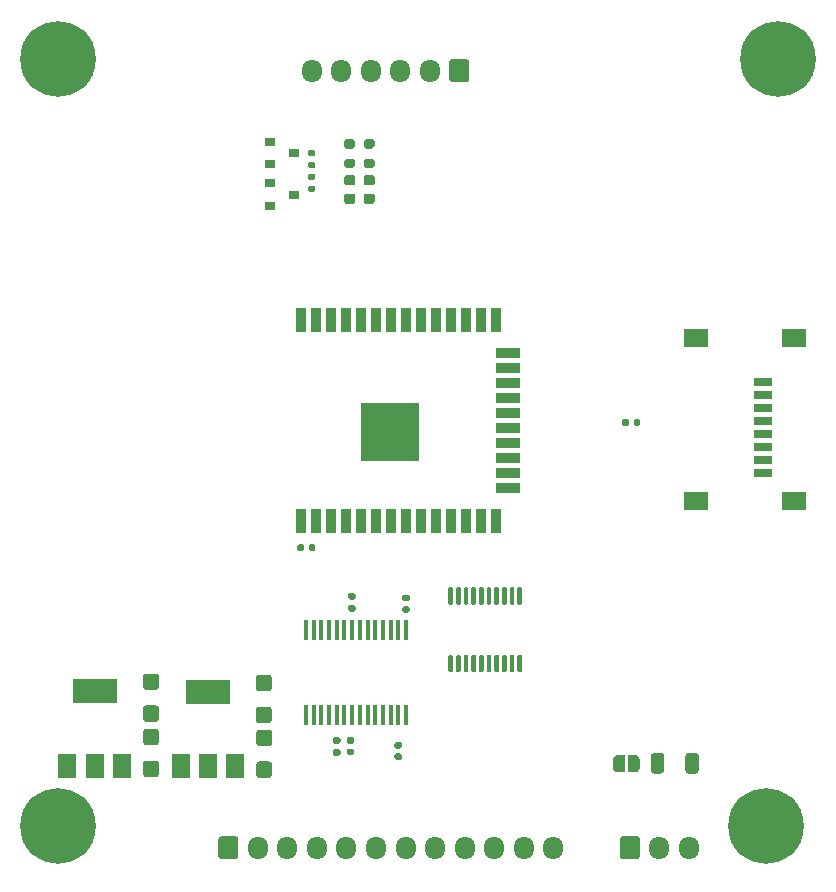
<source format=gts>
%TF.GenerationSoftware,KiCad,Pcbnew,5.1.10*%
%TF.CreationDate,2021-07-08T07:49:19-06:00*%
%TF.ProjectId,miata-underglow,6d696174-612d-4756-9e64-6572676c6f77,rev?*%
%TF.SameCoordinates,Original*%
%TF.FileFunction,Soldermask,Top*%
%TF.FilePolarity,Negative*%
%FSLAX46Y46*%
G04 Gerber Fmt 4.6, Leading zero omitted, Abs format (unit mm)*
G04 Created by KiCad (PCBNEW 5.1.10) date 2021-07-08 07:49:19*
%MOMM*%
%LPD*%
G01*
G04 APERTURE LIST*
%ADD10C,0.800000*%
%ADD11C,6.400000*%
%ADD12R,1.500000X0.800000*%
%ADD13R,2.050000X1.500000*%
%ADD14O,1.700000X1.950000*%
%ADD15C,0.100000*%
%ADD16R,0.900000X0.800000*%
%ADD17R,1.500000X2.000000*%
%ADD18R,3.800000X2.000000*%
%ADD19R,5.000000X5.000000*%
%ADD20R,0.900000X2.000000*%
%ADD21R,2.000000X0.900000*%
%ADD22R,0.450000X1.750000*%
G04 APERTURE END LIST*
D10*
X86697056Y-88302944D03*
X85000000Y-87600000D03*
X83302944Y-88302944D03*
X82600000Y-90000000D03*
X83302944Y-91697056D03*
X85000000Y-92400000D03*
X86697056Y-91697056D03*
X87400000Y-90000000D03*
D11*
X85000000Y-90000000D03*
D10*
X26697056Y-88302944D03*
X25000000Y-87600000D03*
X23302944Y-88302944D03*
X22600000Y-90000000D03*
X23302944Y-91697056D03*
X25000000Y-92400000D03*
X26697056Y-91697056D03*
X27400000Y-90000000D03*
D11*
X25000000Y-90000000D03*
D10*
X87697056Y-23302944D03*
X86000000Y-22600000D03*
X84302944Y-23302944D03*
X83600000Y-25000000D03*
X84302944Y-26697056D03*
X86000000Y-27400000D03*
X87697056Y-26697056D03*
X88400000Y-25000000D03*
D11*
X86000000Y-25000000D03*
D10*
X26697056Y-23302944D03*
X25000000Y-22600000D03*
X23302944Y-23302944D03*
X22600000Y-25000000D03*
X23302944Y-26697056D03*
X25000000Y-27400000D03*
X26697056Y-26697056D03*
X27400000Y-25000000D03*
D11*
X25000000Y-25000000D03*
G36*
G01*
X42900002Y-83200000D02*
X42050000Y-83200000D01*
G75*
G02*
X41800001Y-82950001I0J249999D01*
G01*
X41800001Y-82049999D01*
G75*
G02*
X42050000Y-81800000I249999J0D01*
G01*
X42900002Y-81800000D01*
G75*
G02*
X43150001Y-82049999I0J-249999D01*
G01*
X43150001Y-82950001D01*
G75*
G02*
X42900002Y-83200000I-249999J0D01*
G01*
G37*
G36*
G01*
X42900002Y-85900000D02*
X42050000Y-85900000D01*
G75*
G02*
X41800001Y-85650001I0J249999D01*
G01*
X41800001Y-84749999D01*
G75*
G02*
X42050000Y-84500000I249999J0D01*
G01*
X42900002Y-84500000D01*
G75*
G02*
X43150001Y-84749999I0J-249999D01*
G01*
X43150001Y-85650001D01*
G75*
G02*
X42900002Y-85900000I-249999J0D01*
G01*
G37*
G36*
G01*
X32474999Y-77050000D02*
X33325001Y-77050000D01*
G75*
G02*
X33575000Y-77299999I0J-249999D01*
G01*
X33575000Y-78200001D01*
G75*
G02*
X33325001Y-78450000I-249999J0D01*
G01*
X32474999Y-78450000D01*
G75*
G02*
X32225000Y-78200001I0J249999D01*
G01*
X32225000Y-77299999D01*
G75*
G02*
X32474999Y-77050000I249999J0D01*
G01*
G37*
G36*
G01*
X32474999Y-79750000D02*
X33325001Y-79750000D01*
G75*
G02*
X33575000Y-79999999I0J-249999D01*
G01*
X33575000Y-80900001D01*
G75*
G02*
X33325001Y-81150000I-249999J0D01*
G01*
X32474999Y-81150000D01*
G75*
G02*
X32225000Y-80900001I0J249999D01*
G01*
X32225000Y-79999999D01*
G75*
G02*
X32474999Y-79750000I249999J0D01*
G01*
G37*
G36*
G01*
X33325002Y-85825000D02*
X32475000Y-85825000D01*
G75*
G02*
X32225001Y-85575001I0J249999D01*
G01*
X32225001Y-84674999D01*
G75*
G02*
X32475000Y-84425000I249999J0D01*
G01*
X33325002Y-84425000D01*
G75*
G02*
X33575001Y-84674999I0J-249999D01*
G01*
X33575001Y-85575001D01*
G75*
G02*
X33325002Y-85825000I-249999J0D01*
G01*
G37*
G36*
G01*
X33325002Y-83125000D02*
X32475000Y-83125000D01*
G75*
G02*
X32225001Y-82875001I0J249999D01*
G01*
X32225001Y-81974999D01*
G75*
G02*
X32475000Y-81725000I249999J0D01*
G01*
X33325002Y-81725000D01*
G75*
G02*
X33575001Y-81974999I0J-249999D01*
G01*
X33575001Y-82875001D01*
G75*
G02*
X33325002Y-83125000I-249999J0D01*
G01*
G37*
G36*
G01*
X42024999Y-79850000D02*
X42875001Y-79850000D01*
G75*
G02*
X43125000Y-80099999I0J-249999D01*
G01*
X43125000Y-81000001D01*
G75*
G02*
X42875001Y-81250000I-249999J0D01*
G01*
X42024999Y-81250000D01*
G75*
G02*
X41775000Y-81000001I0J249999D01*
G01*
X41775000Y-80099999D01*
G75*
G02*
X42024999Y-79850000I249999J0D01*
G01*
G37*
G36*
G01*
X42024999Y-77150000D02*
X42875001Y-77150000D01*
G75*
G02*
X43125000Y-77399999I0J-249999D01*
G01*
X43125000Y-78300001D01*
G75*
G02*
X42875001Y-78550000I-249999J0D01*
G01*
X42024999Y-78550000D01*
G75*
G02*
X41775000Y-78300001I0J249999D01*
G01*
X41775000Y-77399999D01*
G75*
G02*
X42024999Y-77150000I249999J0D01*
G01*
G37*
G36*
G01*
X72814999Y-55970000D02*
X72814999Y-55630000D01*
G75*
G02*
X72954999Y-55490000I140000J0D01*
G01*
X73234999Y-55490000D01*
G75*
G02*
X73374999Y-55630000I0J-140000D01*
G01*
X73374999Y-55970000D01*
G75*
G02*
X73234999Y-56110000I-140000J0D01*
G01*
X72954999Y-56110000D01*
G75*
G02*
X72814999Y-55970000I0J140000D01*
G01*
G37*
G36*
G01*
X73774999Y-55970000D02*
X73774999Y-55630000D01*
G75*
G02*
X73914999Y-55490000I140000J0D01*
G01*
X74194999Y-55490000D01*
G75*
G02*
X74334999Y-55630000I0J-140000D01*
G01*
X74334999Y-55970000D01*
G75*
G02*
X74194999Y-56110000I-140000J0D01*
G01*
X73914999Y-56110000D01*
G75*
G02*
X73774999Y-55970000I0J140000D01*
G01*
G37*
G36*
G01*
X46255000Y-66570000D02*
X46255000Y-66230000D01*
G75*
G02*
X46395000Y-66090000I140000J0D01*
G01*
X46675000Y-66090000D01*
G75*
G02*
X46815000Y-66230000I0J-140000D01*
G01*
X46815000Y-66570000D01*
G75*
G02*
X46675000Y-66710000I-140000J0D01*
G01*
X46395000Y-66710000D01*
G75*
G02*
X46255000Y-66570000I0J140000D01*
G01*
G37*
G36*
G01*
X45295000Y-66570000D02*
X45295000Y-66230000D01*
G75*
G02*
X45435000Y-66090000I140000J0D01*
G01*
X45715000Y-66090000D01*
G75*
G02*
X45855000Y-66230000I0J-140000D01*
G01*
X45855000Y-66570000D01*
G75*
G02*
X45715000Y-66710000I-140000J0D01*
G01*
X45435000Y-66710000D01*
G75*
G02*
X45295000Y-66570000I0J140000D01*
G01*
G37*
G36*
G01*
X54330000Y-71350000D02*
X54670000Y-71350000D01*
G75*
G02*
X54810000Y-71490000I0J-140000D01*
G01*
X54810000Y-71770000D01*
G75*
G02*
X54670000Y-71910000I-140000J0D01*
G01*
X54330000Y-71910000D01*
G75*
G02*
X54190000Y-71770000I0J140000D01*
G01*
X54190000Y-71490000D01*
G75*
G02*
X54330000Y-71350000I140000J0D01*
G01*
G37*
G36*
G01*
X54330000Y-70390000D02*
X54670000Y-70390000D01*
G75*
G02*
X54810000Y-70530000I0J-140000D01*
G01*
X54810000Y-70810000D01*
G75*
G02*
X54670000Y-70950000I-140000J0D01*
G01*
X54330000Y-70950000D01*
G75*
G02*
X54190000Y-70810000I0J140000D01*
G01*
X54190000Y-70530000D01*
G75*
G02*
X54330000Y-70390000I140000J0D01*
G01*
G37*
G36*
G01*
X49945000Y-83960000D02*
X49605000Y-83960000D01*
G75*
G02*
X49465000Y-83820000I0J140000D01*
G01*
X49465000Y-83540000D01*
G75*
G02*
X49605000Y-83400000I140000J0D01*
G01*
X49945000Y-83400000D01*
G75*
G02*
X50085000Y-83540000I0J-140000D01*
G01*
X50085000Y-83820000D01*
G75*
G02*
X49945000Y-83960000I-140000J0D01*
G01*
G37*
G36*
G01*
X49945000Y-83000000D02*
X49605000Y-83000000D01*
G75*
G02*
X49465000Y-82860000I0J140000D01*
G01*
X49465000Y-82580000D01*
G75*
G02*
X49605000Y-82440000I140000J0D01*
G01*
X49945000Y-82440000D01*
G75*
G02*
X50085000Y-82580000I0J-140000D01*
G01*
X50085000Y-82860000D01*
G75*
G02*
X49945000Y-83000000I-140000J0D01*
G01*
G37*
G36*
G01*
X53995000Y-83400000D02*
X53655000Y-83400000D01*
G75*
G02*
X53515000Y-83260000I0J140000D01*
G01*
X53515000Y-82980000D01*
G75*
G02*
X53655000Y-82840000I140000J0D01*
G01*
X53995000Y-82840000D01*
G75*
G02*
X54135000Y-82980000I0J-140000D01*
G01*
X54135000Y-83260000D01*
G75*
G02*
X53995000Y-83400000I-140000J0D01*
G01*
G37*
G36*
G01*
X53995000Y-84360000D02*
X53655000Y-84360000D01*
G75*
G02*
X53515000Y-84220000I0J140000D01*
G01*
X53515000Y-83940000D01*
G75*
G02*
X53655000Y-83800000I140000J0D01*
G01*
X53995000Y-83800000D01*
G75*
G02*
X54135000Y-83940000I0J-140000D01*
G01*
X54135000Y-84220000D01*
G75*
G02*
X53995000Y-84360000I-140000J0D01*
G01*
G37*
G36*
G01*
X51631250Y-35725000D02*
X51118750Y-35725000D01*
G75*
G02*
X50900000Y-35506250I0J218750D01*
G01*
X50900000Y-35068750D01*
G75*
G02*
X51118750Y-34850000I218750J0D01*
G01*
X51631250Y-34850000D01*
G75*
G02*
X51850000Y-35068750I0J-218750D01*
G01*
X51850000Y-35506250D01*
G75*
G02*
X51631250Y-35725000I-218750J0D01*
G01*
G37*
G36*
G01*
X51631250Y-37300000D02*
X51118750Y-37300000D01*
G75*
G02*
X50900000Y-37081250I0J218750D01*
G01*
X50900000Y-36643750D01*
G75*
G02*
X51118750Y-36425000I218750J0D01*
G01*
X51631250Y-36425000D01*
G75*
G02*
X51850000Y-36643750I0J-218750D01*
G01*
X51850000Y-37081250D01*
G75*
G02*
X51631250Y-37300000I-218750J0D01*
G01*
G37*
G36*
G01*
X49981249Y-37300000D02*
X49468749Y-37300000D01*
G75*
G02*
X49249999Y-37081250I0J218750D01*
G01*
X49249999Y-36643750D01*
G75*
G02*
X49468749Y-36425000I218750J0D01*
G01*
X49981249Y-36425000D01*
G75*
G02*
X50199999Y-36643750I0J-218750D01*
G01*
X50199999Y-37081250D01*
G75*
G02*
X49981249Y-37300000I-218750J0D01*
G01*
G37*
G36*
G01*
X49981249Y-35725000D02*
X49468749Y-35725000D01*
G75*
G02*
X49249999Y-35506250I0J218750D01*
G01*
X49249999Y-35068750D01*
G75*
G02*
X49468749Y-34850000I218750J0D01*
G01*
X49981249Y-34850000D01*
G75*
G02*
X50199999Y-35068750I0J-218750D01*
G01*
X50199999Y-35506250D01*
G75*
G02*
X49981249Y-35725000I-218750J0D01*
G01*
G37*
D12*
X84750000Y-52350000D03*
X84750000Y-53450000D03*
X84750000Y-54550000D03*
X84750000Y-55650000D03*
X84750000Y-56750000D03*
X84750000Y-57850000D03*
X84750000Y-58950000D03*
X84750000Y-60050000D03*
D13*
X87350000Y-48675000D03*
X79050000Y-48675000D03*
X79050000Y-62425000D03*
X87350000Y-62425000D03*
G36*
G01*
X59850000Y-25275000D02*
X59850000Y-26725000D01*
G75*
G02*
X59600000Y-26975000I-250000J0D01*
G01*
X58400000Y-26975000D01*
G75*
G02*
X58150000Y-26725000I0J250000D01*
G01*
X58150000Y-25275000D01*
G75*
G02*
X58400000Y-25025000I250000J0D01*
G01*
X59600000Y-25025000D01*
G75*
G02*
X59850000Y-25275000I0J-250000D01*
G01*
G37*
D14*
X56500000Y-26000000D03*
X54000000Y-26000000D03*
X51500000Y-26000000D03*
X49000000Y-26000000D03*
X46500000Y-26000000D03*
G36*
G01*
X38600000Y-92525000D02*
X38600000Y-91075000D01*
G75*
G02*
X38850000Y-90825000I250000J0D01*
G01*
X40050000Y-90825000D01*
G75*
G02*
X40300000Y-91075000I0J-250000D01*
G01*
X40300000Y-92525000D01*
G75*
G02*
X40050000Y-92775000I-250000J0D01*
G01*
X38850000Y-92775000D01*
G75*
G02*
X38600000Y-92525000I0J250000D01*
G01*
G37*
X41950000Y-91800000D03*
X44450000Y-91800000D03*
X46950000Y-91800000D03*
X49450000Y-91800000D03*
X51950000Y-91800000D03*
X54450000Y-91800000D03*
X56950000Y-91800000D03*
X59450000Y-91800000D03*
X61950000Y-91800000D03*
X64450000Y-91800000D03*
X66950000Y-91800000D03*
G36*
G01*
X72600000Y-92525000D02*
X72600000Y-91075000D01*
G75*
G02*
X72850000Y-90825000I250000J0D01*
G01*
X74050000Y-90825000D01*
G75*
G02*
X74300000Y-91075000I0J-250000D01*
G01*
X74300000Y-92525000D01*
G75*
G02*
X74050000Y-92775000I-250000J0D01*
G01*
X72850000Y-92775000D01*
G75*
G02*
X72600000Y-92525000I0J250000D01*
G01*
G37*
X75950000Y-91800000D03*
X78450000Y-91800000D03*
D15*
G36*
X73000000Y-85425000D02*
G01*
X72500000Y-85425000D01*
X72500000Y-85424398D01*
X72475466Y-85424398D01*
X72426635Y-85419588D01*
X72378510Y-85410016D01*
X72331555Y-85395772D01*
X72286222Y-85376995D01*
X72242949Y-85353864D01*
X72202150Y-85326604D01*
X72164221Y-85295476D01*
X72129524Y-85260779D01*
X72098396Y-85222850D01*
X72071136Y-85182051D01*
X72048005Y-85138778D01*
X72029228Y-85093445D01*
X72014984Y-85046490D01*
X72005412Y-84998365D01*
X72000602Y-84949534D01*
X72000602Y-84925000D01*
X72000000Y-84925000D01*
X72000000Y-84425000D01*
X72000602Y-84425000D01*
X72000602Y-84400466D01*
X72005412Y-84351635D01*
X72014984Y-84303510D01*
X72029228Y-84256555D01*
X72048005Y-84211222D01*
X72071136Y-84167949D01*
X72098396Y-84127150D01*
X72129524Y-84089221D01*
X72164221Y-84054524D01*
X72202150Y-84023396D01*
X72242949Y-83996136D01*
X72286222Y-83973005D01*
X72331555Y-83954228D01*
X72378510Y-83939984D01*
X72426635Y-83930412D01*
X72475466Y-83925602D01*
X72500000Y-83925602D01*
X72500000Y-83925000D01*
X73000000Y-83925000D01*
X73000000Y-85425000D01*
G37*
G36*
X73800000Y-83925602D02*
G01*
X73824534Y-83925602D01*
X73873365Y-83930412D01*
X73921490Y-83939984D01*
X73968445Y-83954228D01*
X74013778Y-83973005D01*
X74057051Y-83996136D01*
X74097850Y-84023396D01*
X74135779Y-84054524D01*
X74170476Y-84089221D01*
X74201604Y-84127150D01*
X74228864Y-84167949D01*
X74251995Y-84211222D01*
X74270772Y-84256555D01*
X74285016Y-84303510D01*
X74294588Y-84351635D01*
X74299398Y-84400466D01*
X74299398Y-84425000D01*
X74300000Y-84425000D01*
X74300000Y-84925000D01*
X74299398Y-84925000D01*
X74299398Y-84949534D01*
X74294588Y-84998365D01*
X74285016Y-85046490D01*
X74270772Y-85093445D01*
X74251995Y-85138778D01*
X74228864Y-85182051D01*
X74201604Y-85222850D01*
X74170476Y-85260779D01*
X74135779Y-85295476D01*
X74097850Y-85326604D01*
X74057051Y-85353864D01*
X74013778Y-85376995D01*
X73968445Y-85395772D01*
X73921490Y-85410016D01*
X73873365Y-85419588D01*
X73824534Y-85424398D01*
X73800000Y-85424398D01*
X73800000Y-85425000D01*
X73300000Y-85425000D01*
X73300000Y-83925000D01*
X73800000Y-83925000D01*
X73800000Y-83925602D01*
G37*
D16*
X45000000Y-36500000D03*
X43000000Y-37450000D03*
X43000000Y-35550000D03*
X43000000Y-32050000D03*
X43000000Y-33950000D03*
X45000000Y-33000000D03*
G36*
G01*
X46685000Y-34280000D02*
X46315000Y-34280000D01*
G75*
G02*
X46180000Y-34145000I0J135000D01*
G01*
X46180000Y-33875000D01*
G75*
G02*
X46315000Y-33740000I135000J0D01*
G01*
X46685000Y-33740000D01*
G75*
G02*
X46820000Y-33875000I0J-135000D01*
G01*
X46820000Y-34145000D01*
G75*
G02*
X46685000Y-34280000I-135000J0D01*
G01*
G37*
G36*
G01*
X46685000Y-33260000D02*
X46315000Y-33260000D01*
G75*
G02*
X46180000Y-33125000I0J135000D01*
G01*
X46180000Y-32855000D01*
G75*
G02*
X46315000Y-32720000I135000J0D01*
G01*
X46685000Y-32720000D01*
G75*
G02*
X46820000Y-32855000I0J-135000D01*
G01*
X46820000Y-33125000D01*
G75*
G02*
X46685000Y-33260000I-135000J0D01*
G01*
G37*
G36*
G01*
X46315000Y-35740000D02*
X46685000Y-35740000D01*
G75*
G02*
X46820000Y-35875000I0J-135000D01*
G01*
X46820000Y-36145000D01*
G75*
G02*
X46685000Y-36280000I-135000J0D01*
G01*
X46315000Y-36280000D01*
G75*
G02*
X46180000Y-36145000I0J135000D01*
G01*
X46180000Y-35875000D01*
G75*
G02*
X46315000Y-35740000I135000J0D01*
G01*
G37*
G36*
G01*
X46315000Y-34720000D02*
X46685000Y-34720000D01*
G75*
G02*
X46820000Y-34855000I0J-135000D01*
G01*
X46820000Y-35125000D01*
G75*
G02*
X46685000Y-35260000I-135000J0D01*
G01*
X46315000Y-35260000D01*
G75*
G02*
X46180000Y-35125000I0J135000D01*
G01*
X46180000Y-34855000D01*
G75*
G02*
X46315000Y-34720000I135000J0D01*
G01*
G37*
G36*
G01*
X51100000Y-33450000D02*
X51650000Y-33450000D01*
G75*
G02*
X51850000Y-33650000I0J-200000D01*
G01*
X51850000Y-34050000D01*
G75*
G02*
X51650000Y-34250000I-200000J0D01*
G01*
X51100000Y-34250000D01*
G75*
G02*
X50900000Y-34050000I0J200000D01*
G01*
X50900000Y-33650000D01*
G75*
G02*
X51100000Y-33450000I200000J0D01*
G01*
G37*
G36*
G01*
X51100000Y-31800000D02*
X51650000Y-31800000D01*
G75*
G02*
X51850000Y-32000000I0J-200000D01*
G01*
X51850000Y-32400000D01*
G75*
G02*
X51650000Y-32600000I-200000J0D01*
G01*
X51100000Y-32600000D01*
G75*
G02*
X50900000Y-32400000I0J200000D01*
G01*
X50900000Y-32000000D01*
G75*
G02*
X51100000Y-31800000I200000J0D01*
G01*
G37*
G36*
G01*
X49450000Y-31800000D02*
X50000000Y-31800000D01*
G75*
G02*
X50200000Y-32000000I0J-200000D01*
G01*
X50200000Y-32400000D01*
G75*
G02*
X50000000Y-32600000I-200000J0D01*
G01*
X49450000Y-32600000D01*
G75*
G02*
X49250000Y-32400000I0J200000D01*
G01*
X49250000Y-32000000D01*
G75*
G02*
X49450000Y-31800000I200000J0D01*
G01*
G37*
G36*
G01*
X49450000Y-33450000D02*
X50000000Y-33450000D01*
G75*
G02*
X50200000Y-33650000I0J-200000D01*
G01*
X50200000Y-34050000D01*
G75*
G02*
X50000000Y-34250000I-200000J0D01*
G01*
X49450000Y-34250000D01*
G75*
G02*
X49250000Y-34050000I0J200000D01*
G01*
X49250000Y-33650000D01*
G75*
G02*
X49450000Y-33450000I200000J0D01*
G01*
G37*
G36*
G01*
X48810000Y-82985000D02*
X48440000Y-82985000D01*
G75*
G02*
X48305000Y-82850000I0J135000D01*
G01*
X48305000Y-82580000D01*
G75*
G02*
X48440000Y-82445000I135000J0D01*
G01*
X48810000Y-82445000D01*
G75*
G02*
X48945000Y-82580000I0J-135000D01*
G01*
X48945000Y-82850000D01*
G75*
G02*
X48810000Y-82985000I-135000J0D01*
G01*
G37*
G36*
G01*
X48810000Y-84005000D02*
X48440000Y-84005000D01*
G75*
G02*
X48305000Y-83870000I0J135000D01*
G01*
X48305000Y-83600000D01*
G75*
G02*
X48440000Y-83465000I135000J0D01*
G01*
X48810000Y-83465000D01*
G75*
G02*
X48945000Y-83600000I0J-135000D01*
G01*
X48945000Y-83870000D01*
G75*
G02*
X48810000Y-84005000I-135000J0D01*
G01*
G37*
G36*
G01*
X50085000Y-70785000D02*
X49715000Y-70785000D01*
G75*
G02*
X49580000Y-70650000I0J135000D01*
G01*
X49580000Y-70380000D01*
G75*
G02*
X49715000Y-70245000I135000J0D01*
G01*
X50085000Y-70245000D01*
G75*
G02*
X50220000Y-70380000I0J-135000D01*
G01*
X50220000Y-70650000D01*
G75*
G02*
X50085000Y-70785000I-135000J0D01*
G01*
G37*
G36*
G01*
X50085000Y-71805000D02*
X49715000Y-71805000D01*
G75*
G02*
X49580000Y-71670000I0J135000D01*
G01*
X49580000Y-71400000D01*
G75*
G02*
X49715000Y-71265000I135000J0D01*
G01*
X50085000Y-71265000D01*
G75*
G02*
X50220000Y-71400000I0J-135000D01*
G01*
X50220000Y-71670000D01*
G75*
G02*
X50085000Y-71805000I-135000J0D01*
G01*
G37*
D17*
X25825000Y-84850001D03*
X30425000Y-84850001D03*
X28125000Y-84850001D03*
D18*
X28125000Y-78550001D03*
G36*
G01*
X64025000Y-69750000D02*
X64225000Y-69750000D01*
G75*
G02*
X64325000Y-69850000I0J-100000D01*
G01*
X64325000Y-71125000D01*
G75*
G02*
X64225000Y-71225000I-100000J0D01*
G01*
X64025000Y-71225000D01*
G75*
G02*
X63925000Y-71125000I0J100000D01*
G01*
X63925000Y-69850000D01*
G75*
G02*
X64025000Y-69750000I100000J0D01*
G01*
G37*
G36*
G01*
X63375000Y-69750000D02*
X63575000Y-69750000D01*
G75*
G02*
X63675000Y-69850000I0J-100000D01*
G01*
X63675000Y-71125000D01*
G75*
G02*
X63575000Y-71225000I-100000J0D01*
G01*
X63375000Y-71225000D01*
G75*
G02*
X63275000Y-71125000I0J100000D01*
G01*
X63275000Y-69850000D01*
G75*
G02*
X63375000Y-69750000I100000J0D01*
G01*
G37*
G36*
G01*
X62725000Y-69750000D02*
X62925000Y-69750000D01*
G75*
G02*
X63025000Y-69850000I0J-100000D01*
G01*
X63025000Y-71125000D01*
G75*
G02*
X62925000Y-71225000I-100000J0D01*
G01*
X62725000Y-71225000D01*
G75*
G02*
X62625000Y-71125000I0J100000D01*
G01*
X62625000Y-69850000D01*
G75*
G02*
X62725000Y-69750000I100000J0D01*
G01*
G37*
G36*
G01*
X62075000Y-69750000D02*
X62275000Y-69750000D01*
G75*
G02*
X62375000Y-69850000I0J-100000D01*
G01*
X62375000Y-71125000D01*
G75*
G02*
X62275000Y-71225000I-100000J0D01*
G01*
X62075000Y-71225000D01*
G75*
G02*
X61975000Y-71125000I0J100000D01*
G01*
X61975000Y-69850000D01*
G75*
G02*
X62075000Y-69750000I100000J0D01*
G01*
G37*
G36*
G01*
X61425000Y-69750000D02*
X61625000Y-69750000D01*
G75*
G02*
X61725000Y-69850000I0J-100000D01*
G01*
X61725000Y-71125000D01*
G75*
G02*
X61625000Y-71225000I-100000J0D01*
G01*
X61425000Y-71225000D01*
G75*
G02*
X61325000Y-71125000I0J100000D01*
G01*
X61325000Y-69850000D01*
G75*
G02*
X61425000Y-69750000I100000J0D01*
G01*
G37*
G36*
G01*
X60775000Y-69750000D02*
X60975000Y-69750000D01*
G75*
G02*
X61075000Y-69850000I0J-100000D01*
G01*
X61075000Y-71125000D01*
G75*
G02*
X60975000Y-71225000I-100000J0D01*
G01*
X60775000Y-71225000D01*
G75*
G02*
X60675000Y-71125000I0J100000D01*
G01*
X60675000Y-69850000D01*
G75*
G02*
X60775000Y-69750000I100000J0D01*
G01*
G37*
G36*
G01*
X60125000Y-69750000D02*
X60325000Y-69750000D01*
G75*
G02*
X60425000Y-69850000I0J-100000D01*
G01*
X60425000Y-71125000D01*
G75*
G02*
X60325000Y-71225000I-100000J0D01*
G01*
X60125000Y-71225000D01*
G75*
G02*
X60025000Y-71125000I0J100000D01*
G01*
X60025000Y-69850000D01*
G75*
G02*
X60125000Y-69750000I100000J0D01*
G01*
G37*
G36*
G01*
X59475000Y-69750000D02*
X59675000Y-69750000D01*
G75*
G02*
X59775000Y-69850000I0J-100000D01*
G01*
X59775000Y-71125000D01*
G75*
G02*
X59675000Y-71225000I-100000J0D01*
G01*
X59475000Y-71225000D01*
G75*
G02*
X59375000Y-71125000I0J100000D01*
G01*
X59375000Y-69850000D01*
G75*
G02*
X59475000Y-69750000I100000J0D01*
G01*
G37*
G36*
G01*
X58825000Y-69750000D02*
X59025000Y-69750000D01*
G75*
G02*
X59125000Y-69850000I0J-100000D01*
G01*
X59125000Y-71125000D01*
G75*
G02*
X59025000Y-71225000I-100000J0D01*
G01*
X58825000Y-71225000D01*
G75*
G02*
X58725000Y-71125000I0J100000D01*
G01*
X58725000Y-69850000D01*
G75*
G02*
X58825000Y-69750000I100000J0D01*
G01*
G37*
G36*
G01*
X58175000Y-69750000D02*
X58375000Y-69750000D01*
G75*
G02*
X58475000Y-69850000I0J-100000D01*
G01*
X58475000Y-71125000D01*
G75*
G02*
X58375000Y-71225000I-100000J0D01*
G01*
X58175000Y-71225000D01*
G75*
G02*
X58075000Y-71125000I0J100000D01*
G01*
X58075000Y-69850000D01*
G75*
G02*
X58175000Y-69750000I100000J0D01*
G01*
G37*
G36*
G01*
X58175000Y-75475000D02*
X58375000Y-75475000D01*
G75*
G02*
X58475000Y-75575000I0J-100000D01*
G01*
X58475000Y-76850000D01*
G75*
G02*
X58375000Y-76950000I-100000J0D01*
G01*
X58175000Y-76950000D01*
G75*
G02*
X58075000Y-76850000I0J100000D01*
G01*
X58075000Y-75575000D01*
G75*
G02*
X58175000Y-75475000I100000J0D01*
G01*
G37*
G36*
G01*
X58825000Y-75475000D02*
X59025000Y-75475000D01*
G75*
G02*
X59125000Y-75575000I0J-100000D01*
G01*
X59125000Y-76850000D01*
G75*
G02*
X59025000Y-76950000I-100000J0D01*
G01*
X58825000Y-76950000D01*
G75*
G02*
X58725000Y-76850000I0J100000D01*
G01*
X58725000Y-75575000D01*
G75*
G02*
X58825000Y-75475000I100000J0D01*
G01*
G37*
G36*
G01*
X59475000Y-75475000D02*
X59675000Y-75475000D01*
G75*
G02*
X59775000Y-75575000I0J-100000D01*
G01*
X59775000Y-76850000D01*
G75*
G02*
X59675000Y-76950000I-100000J0D01*
G01*
X59475000Y-76950000D01*
G75*
G02*
X59375000Y-76850000I0J100000D01*
G01*
X59375000Y-75575000D01*
G75*
G02*
X59475000Y-75475000I100000J0D01*
G01*
G37*
G36*
G01*
X60125000Y-75475000D02*
X60325000Y-75475000D01*
G75*
G02*
X60425000Y-75575000I0J-100000D01*
G01*
X60425000Y-76850000D01*
G75*
G02*
X60325000Y-76950000I-100000J0D01*
G01*
X60125000Y-76950000D01*
G75*
G02*
X60025000Y-76850000I0J100000D01*
G01*
X60025000Y-75575000D01*
G75*
G02*
X60125000Y-75475000I100000J0D01*
G01*
G37*
G36*
G01*
X60775000Y-75475000D02*
X60975000Y-75475000D01*
G75*
G02*
X61075000Y-75575000I0J-100000D01*
G01*
X61075000Y-76850000D01*
G75*
G02*
X60975000Y-76950000I-100000J0D01*
G01*
X60775000Y-76950000D01*
G75*
G02*
X60675000Y-76850000I0J100000D01*
G01*
X60675000Y-75575000D01*
G75*
G02*
X60775000Y-75475000I100000J0D01*
G01*
G37*
G36*
G01*
X61425000Y-75475000D02*
X61625000Y-75475000D01*
G75*
G02*
X61725000Y-75575000I0J-100000D01*
G01*
X61725000Y-76850000D01*
G75*
G02*
X61625000Y-76950000I-100000J0D01*
G01*
X61425000Y-76950000D01*
G75*
G02*
X61325000Y-76850000I0J100000D01*
G01*
X61325000Y-75575000D01*
G75*
G02*
X61425000Y-75475000I100000J0D01*
G01*
G37*
G36*
G01*
X62075000Y-75475000D02*
X62275000Y-75475000D01*
G75*
G02*
X62375000Y-75575000I0J-100000D01*
G01*
X62375000Y-76850000D01*
G75*
G02*
X62275000Y-76950000I-100000J0D01*
G01*
X62075000Y-76950000D01*
G75*
G02*
X61975000Y-76850000I0J100000D01*
G01*
X61975000Y-75575000D01*
G75*
G02*
X62075000Y-75475000I100000J0D01*
G01*
G37*
G36*
G01*
X62725000Y-75475000D02*
X62925000Y-75475000D01*
G75*
G02*
X63025000Y-75575000I0J-100000D01*
G01*
X63025000Y-76850000D01*
G75*
G02*
X62925000Y-76950000I-100000J0D01*
G01*
X62725000Y-76950000D01*
G75*
G02*
X62625000Y-76850000I0J100000D01*
G01*
X62625000Y-75575000D01*
G75*
G02*
X62725000Y-75475000I100000J0D01*
G01*
G37*
G36*
G01*
X63375000Y-75475000D02*
X63575000Y-75475000D01*
G75*
G02*
X63675000Y-75575000I0J-100000D01*
G01*
X63675000Y-76850000D01*
G75*
G02*
X63575000Y-76950000I-100000J0D01*
G01*
X63375000Y-76950000D01*
G75*
G02*
X63275000Y-76850000I0J100000D01*
G01*
X63275000Y-75575000D01*
G75*
G02*
X63375000Y-75475000I100000J0D01*
G01*
G37*
G36*
G01*
X64025000Y-75475000D02*
X64225000Y-75475000D01*
G75*
G02*
X64325000Y-75575000I0J-100000D01*
G01*
X64325000Y-76850000D01*
G75*
G02*
X64225000Y-76950000I-100000J0D01*
G01*
X64025000Y-76950000D01*
G75*
G02*
X63925000Y-76850000I0J100000D01*
G01*
X63925000Y-75575000D01*
G75*
G02*
X64025000Y-75475000I100000J0D01*
G01*
G37*
X37725000Y-78575000D03*
D17*
X37725000Y-84875000D03*
X40025000Y-84875000D03*
X35425000Y-84875000D03*
D19*
X53095000Y-56600000D03*
D20*
X45595000Y-64100000D03*
X46865000Y-64100000D03*
X48135000Y-64100000D03*
X49405000Y-64100000D03*
X50675000Y-64100000D03*
X51945000Y-64100000D03*
X53215000Y-64100000D03*
X54485000Y-64100000D03*
X55755000Y-64100000D03*
X57025000Y-64100000D03*
X58295000Y-64100000D03*
X59565000Y-64100000D03*
X60835000Y-64100000D03*
X62105000Y-64100000D03*
D21*
X63105000Y-61315000D03*
X63105000Y-60045000D03*
X63105000Y-58775000D03*
X63105000Y-57505000D03*
X63105000Y-56235000D03*
X63105000Y-54965000D03*
X63105000Y-53695000D03*
X63105000Y-52425000D03*
X63105000Y-51155000D03*
X63105000Y-49885000D03*
D20*
X62105000Y-47100000D03*
X60835000Y-47100000D03*
X59565000Y-47100000D03*
X58295000Y-47100000D03*
X57025000Y-47100000D03*
X55755000Y-47100000D03*
X54485000Y-47100000D03*
X53215000Y-47100000D03*
X51945000Y-47100000D03*
X50675000Y-47100000D03*
X49405000Y-47100000D03*
X48135000Y-47100000D03*
X46865000Y-47100000D03*
X45595000Y-47100000D03*
D22*
X54479998Y-80525001D03*
X53829998Y-80525001D03*
X53179998Y-80525001D03*
X52529998Y-80525001D03*
X51879998Y-80525001D03*
X51229998Y-80525001D03*
X50579998Y-80525001D03*
X49929998Y-80525001D03*
X49279998Y-80525001D03*
X48629998Y-80525001D03*
X47979998Y-80525001D03*
X47329998Y-80525001D03*
X46679998Y-80525001D03*
X46029998Y-80525001D03*
X46029998Y-73325001D03*
X46679998Y-73325001D03*
X47329998Y-73325001D03*
X47979998Y-73325001D03*
X48629998Y-73325001D03*
X49279998Y-73325001D03*
X49929998Y-73325001D03*
X50579998Y-73325001D03*
X51229998Y-73325001D03*
X51879998Y-73325001D03*
X52529998Y-73325001D03*
X53179998Y-73325001D03*
X53829998Y-73325001D03*
X54479998Y-73325001D03*
G36*
G01*
X75225000Y-85275001D02*
X75225000Y-84024999D01*
G75*
G02*
X75474999Y-83775000I249999J0D01*
G01*
X76100001Y-83775000D01*
G75*
G02*
X76350000Y-84024999I0J-249999D01*
G01*
X76350000Y-85275001D01*
G75*
G02*
X76100001Y-85525000I-249999J0D01*
G01*
X75474999Y-85525000D01*
G75*
G02*
X75225000Y-85275001I0J249999D01*
G01*
G37*
G36*
G01*
X78150000Y-85275001D02*
X78150000Y-84024999D01*
G75*
G02*
X78399999Y-83775000I249999J0D01*
G01*
X79025001Y-83775000D01*
G75*
G02*
X79275000Y-84024999I0J-249999D01*
G01*
X79275000Y-85275001D01*
G75*
G02*
X79025001Y-85525000I-249999J0D01*
G01*
X78399999Y-85525000D01*
G75*
G02*
X78150000Y-85275001I0J249999D01*
G01*
G37*
M02*

</source>
